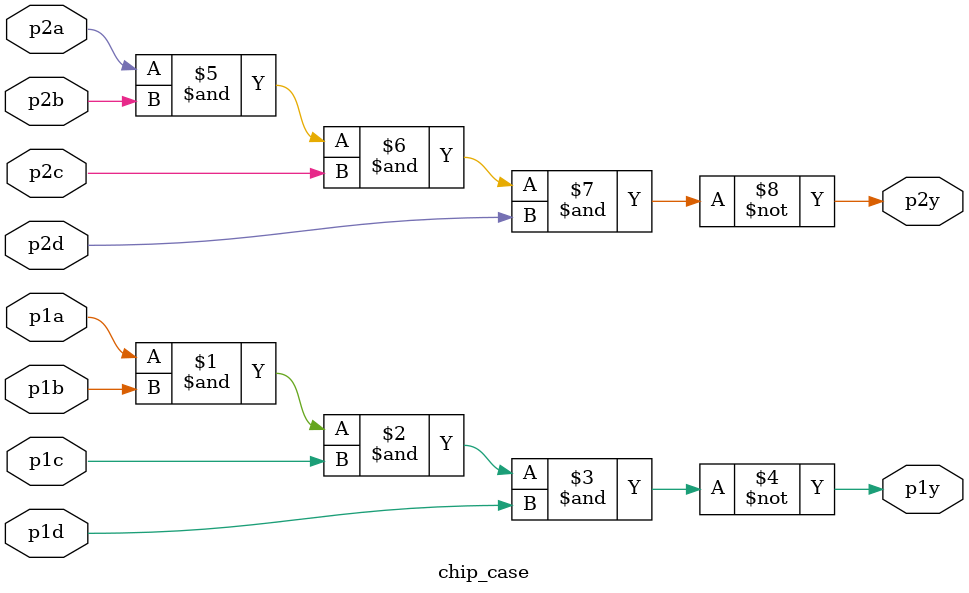
<source format=v>
module chip_case (
    p1a,p1b,p1c,p1d,
    p2a,p2b,p2c,p2d,
    p1y,p2y
);
    input wire p1a;
    input wire p1b;
    input wire p1c;
    input wire p1d;
    input wire p2a;
    input wire p2b;
    input wire p2c;
    input wire p2d;
    output wire p1y;
    output wire p2y;

    assign p1y=~(p1a&p1b&p1c&p1d);
    assign p2y=~(p2a&p2b&p2c&p2d);

endmodule
</source>
